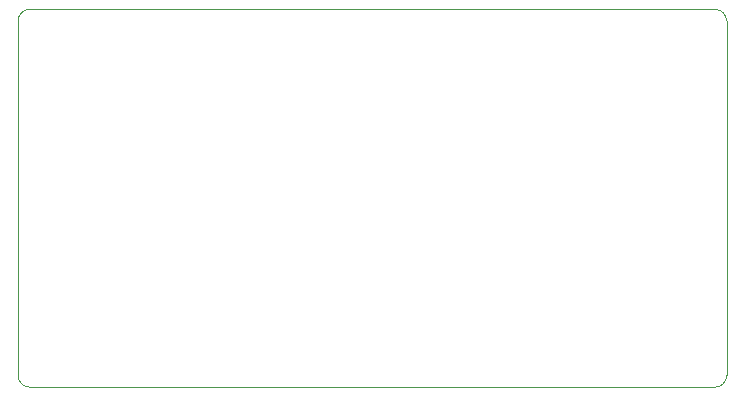
<source format=gbr>
%TF.GenerationSoftware,KiCad,Pcbnew,5.99.0+really5.1.10+dfsg1-1*%
%TF.CreationDate,2022-02-08T15:36:29-05:00*%
%TF.ProjectId,hotwire-lite,686f7477-6972-4652-9d6c-6974652e6b69,rev?*%
%TF.SameCoordinates,Original*%
%TF.FileFunction,Profile,NP*%
%FSLAX46Y46*%
G04 Gerber Fmt 4.6, Leading zero omitted, Abs format (unit mm)*
G04 Created by KiCad (PCBNEW 5.99.0+really5.1.10+dfsg1-1) date 2022-02-08 15:36:29*
%MOMM*%
%LPD*%
G01*
G04 APERTURE LIST*
%TA.AperFunction,Profile*%
%ADD10C,0.050000*%
%TD*%
G04 APERTURE END LIST*
D10*
X66000000Y-90500000D02*
G75*
G02*
X65000000Y-89500000I0J1000000D01*
G01*
X124000000Y-58500000D02*
G75*
G02*
X125000000Y-59500000I0J-1000000D01*
G01*
X125000000Y-89500000D02*
G75*
G02*
X124000000Y-90500000I-1000000J0D01*
G01*
X65000000Y-59500000D02*
G75*
G02*
X66000000Y-58500000I1000000J0D01*
G01*
X125000000Y-59500000D02*
X125000000Y-89500000D01*
X124000000Y-58500000D02*
X66000000Y-58500000D01*
X66000000Y-90500000D02*
X124000000Y-90500000D01*
X65000000Y-59500000D02*
X65000000Y-89500000D01*
M02*

</source>
